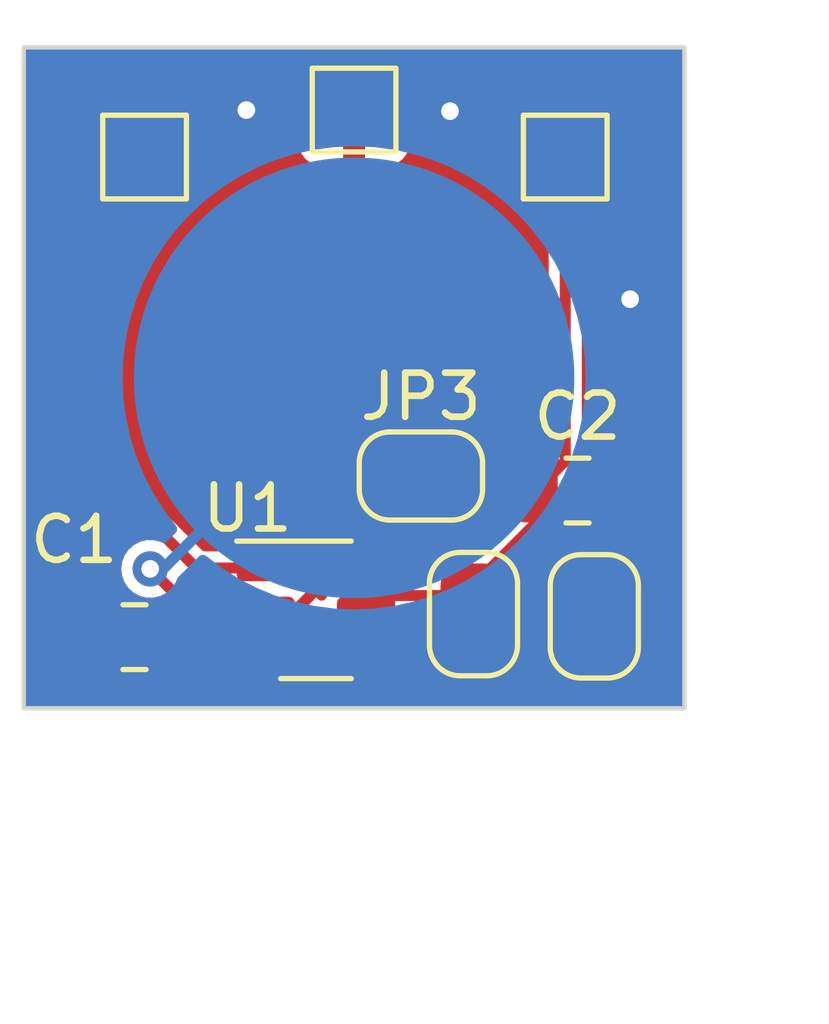
<source format=kicad_pcb>
(kicad_pcb (version 20221018) (generator pcbnew)
  (layers (0 "F.Cu" signal) (31 "B.Cu" signal) (34 "B.Paste" user) (35 "F.Paste" user) (36 "B.SilkS" user "B.Silkscreen") (37 "F.SilkS" user "F.Silkscreen") (38 "B.Mask" user) (39 "F.Mask" user) (44 "Edge.Cuts" user))
  (net 0 "")
  (net 1 "GND")
  (net 2 "VBAT")
  (net 3 "Net-(JP1-A)")
  (net 4 "Net-(JP3-A)")
  (net 5 "TOGGLE")
  (net 6 "Net-(U1-I)")
  (footprint "Capacitor_SMD:C_0805_2012Metric" (layer "F.Cu") (at 2.5146 13.3858 180)
    (fp_text reference "C1" (at 1.3716 2.2098 180) (layer "F.SilkS"))
    (fp_text value "5-10pF")
    (fp_line (start -0.261252 -0.735) (end 0.261252 -0.735) (stroke (width 0.12)) (layer "F.SilkS"))
    (fp_line (start -0.261252 0.735) (end 0.261252 0.735) (stroke (width 0.12)) (layer "F.SilkS"))
    (pad "1" smd roundrect (at -0.95 0 180) (size 1 1.45) (layers "F.Cu" "F.Paste" "F.Mask") (net 6 "Net-(U1-I)"))
    (pad "2" smd roundrect (at 0.95 0 180) (size 1 1.45) (layers "F.Cu" "F.Paste" "F.Mask") (net 1 "GND"))
  )
  (footprint "Jumper:SolderJumper-2_P1.3mm_Bridged_RoundedPad1.0x1.5mm" (layer "F.Cu") (at 12.954 12.9136 -90)
    (fp_text reference "JP2" hide)
    (fp_text value "SolderJumper_2_Bridged")
    (fp_poly (pts (xy 0.25 -0.3) (xy -0.25 -0.3) (xy -0.25 0.3) (xy 0.25 0.3)) (fill solid) (layer "F.Cu"))
    (fp_line (start -1.4 0.3) (end -1.4 -0.3) (stroke (width 0.12)) (layer "F.SilkS"))
    (fp_line (start -0.7 -1) (end 0.7 -1) (stroke (width 0.12)) (layer "F.SilkS"))
    (fp_line (start 0.7 1) (end -0.7 1) (stroke (width 0.12)) (layer "F.SilkS"))
    (fp_line (start 1.4 -0.3) (end 1.4 0.3) (stroke (width 0.12)) (layer "F.SilkS"))
    (fp_arc (start -1.4 -0.3) (mid -1.194975 -0.794975) (end -0.7 -1) (stroke (width 0.12)) (layer "F.SilkS"))
    (fp_arc (start -0.7 1) (mid -1.194975 0.794975) (end -1.4 0.3) (stroke (width 0.12)) (layer "F.SilkS"))
    (fp_arc (start 0.7 -1) (mid 1.194975 -0.794975) (end 1.4 -0.3) (stroke (width 0.12)) (layer "F.SilkS"))
    (fp_arc (start 1.4 0.3) (mid 1.194975 0.794975) (end 0.7 1) (stroke (width 0.12)) (layer "F.SilkS"))
    (pad "1" smd custom (at -0.65 0 270) (size 1 0.5) (layers "F.Cu" "F.Mask") (net 1 "GND") (options (clearance outline) (anchor rect)) (primitives (gr_circle (center 0 0.25) (end 0.5 0.25) (width 0) (fill yes)) (gr_circle (center 0 -0.25) (end 0.5 -0.25) (width 0) (fill yes)) (gr_poly (pts (xy 0.5 0.75) (xy 0 0.75) (xy 0 -0.75) (xy 0.5 -0.75)) (width 0) (fill yes))))
    (pad "2" smd custom (at 0.65 0 270) (size 1 0.5) (layers "F.Cu" "F.Mask") (net 3 "Net-(JP1-A)") (options (clearance outline) (anchor rect)) (primitives (gr_circle (center 0 0.25) (end 0.5 0.25) (width 0) (fill yes)) (gr_circle (center 0 -0.25) (end 0.5 -0.25) (width 0) (fill yes)) (gr_poly (pts (xy 0 0.75) (xy -0.5 0.75) (xy -0.5 -0.75) (xy 0 -0.75)) (width 0) (fill yes))))
  )
  (footprint "Jumper:SolderJumper-2_P1.3mm_Open_RoundedPad1.0x1.5mm" (layer "F.Cu") (at 10.2108 12.8628 90)
    (fp_text reference "JP1" hide)
    (fp_text value "SolderJumper_2_Open")
    (fp_line (start -1.4 0.3) (end -1.4 -0.3) (stroke (width 0.12)) (layer "F.SilkS"))
    (fp_line (start -0.7 -1) (end 0.7 -1) (stroke (width 0.12)) (layer "F.SilkS"))
    (fp_line (start 0.7 1) (end -0.7 1) (stroke (width 0.12)) (layer "F.SilkS"))
    (fp_line (start 1.4 -0.3) (end 1.4 0.3) (stroke (width 0.12)) (layer "F.SilkS"))
    (fp_arc (start -1.4 -0.3) (mid -1.194975 -0.794975) (end -0.7 -1) (stroke (width 0.12)) (layer "F.SilkS"))
    (fp_arc (start -0.7 1) (mid -1.194975 0.794975) (end -1.4 0.3) (stroke (width 0.12)) (layer "F.SilkS"))
    (fp_arc (start 0.7 -1) (mid 1.194975 -0.794975) (end 1.4 -0.3) (stroke (width 0.12)) (layer "F.SilkS"))
    (fp_arc (start 1.4 0.3) (mid 1.194975 0.794975) (end 0.7 1) (stroke (width 0.12)) (layer "F.SilkS"))
    (pad "1" smd custom (at -0.65 0 90) (size 1 0.5) (layers "F.Cu" "F.Mask") (net 3 "Net-(JP1-A)") (options (clearance outline) (anchor rect)) (primitives (gr_circle (center 0 0.25) (end 0.5 0.25) (width 0) (fill yes)) (gr_circle (center 0 -0.25) (end 0.5 -0.25) (width 0) (fill yes)) (gr_poly (pts (xy 0.5 0.75) (xy 0 0.75) (xy 0 -0.75) (xy 0.5 -0.75)) (width 0) (fill yes))))
    (pad "2" smd custom (at 0.65 0 90) (size 1 0.5) (layers "F.Cu" "F.Mask") (net 2 "VBAT") (options (clearance outline) (anchor rect)) (primitives (gr_circle (center 0 0.25) (end 0.5 0.25) (width 0) (fill yes)) (gr_circle (center 0 -0.25) (end 0.5 -0.25) (width 0) (fill yes)) (gr_poly (pts (xy 0 0.75) (xy -0.5 0.75) (xy -0.5 -0.75) (xy 0 -0.75)) (width 0) (fill yes))))
  )
  (footprint "Jumper:SolderJumper-2_P1.3mm_Bridged_RoundedPad1.0x1.5mm" (layer "F.Cu") (at 9.017 9.7282)
    (fp_text reference "JP3" (at 0 -1.8) (layer "F.SilkS"))
    (fp_text value "SolderJumper_2_Bridged")
    (fp_poly (pts (xy 0.25 -0.3) (xy -0.25 -0.3) (xy -0.25 0.3) (xy 0.25 0.3)) (fill solid) (layer "F.Cu"))
    (fp_line (start -1.4 0.3) (end -1.4 -0.3) (stroke (width 0.12)) (layer "F.SilkS"))
    (fp_line (start -0.7 -1) (end 0.7 -1) (stroke (width 0.12)) (layer "F.SilkS"))
    (fp_line (start 0.7 1) (end -0.7 1) (stroke (width 0.12)) (layer "F.SilkS"))
    (fp_line (start 1.4 -0.3) (end 1.4 0.3) (stroke (width 0.12)) (layer "F.SilkS"))
    (fp_arc (start -1.4 -0.3) (mid -1.194975 -0.794975) (end -0.7 -1) (stroke (width 0.12)) (layer "F.SilkS"))
    (fp_arc (start -0.7 1) (mid -1.194975 0.794975) (end -1.4 0.3) (stroke (width 0.12)) (layer "F.SilkS"))
    (fp_arc (start 0.7 -1) (mid 1.194975 -0.794975) (end 1.4 -0.3) (stroke (width 0.12)) (layer "F.SilkS"))
    (fp_arc (start 1.4 0.3) (mid 1.194975 0.794975) (end 0.7 1) (stroke (width 0.12)) (layer "F.SilkS"))
    (pad "1" smd custom (at -0.65 0) (size 1 0.5) (layers "F.Cu" "F.Mask") (net 4 "Net-(JP3-A)") (options (clearance outline) (anchor rect)) (primitives (gr_circle (center 0 0.25) (end 0.5 0.25) (width 0) (fill yes)) (gr_circle (center 0 -0.25) (end 0.5 -0.25) (width 0) (fill yes)) (gr_poly (pts (xy 0.5 0.75) (xy 0 0.75) (xy 0 -0.75) (xy 0.5 -0.75)) (width 0) (fill yes))))
    (pad "2" smd custom (at 0.65 0) (size 1 0.5) (layers "F.Cu" "F.Mask") (net 2 "VBAT") (options (clearance outline) (anchor rect)) (primitives (gr_circle (center 0 0.25) (end 0.5 0.25) (width 0) (fill yes)) (gr_circle (center 0 -0.25) (end 0.5 -0.25) (width 0) (fill yes)) (gr_poly (pts (xy 0 0.75) (xy -0.5 0.75) (xy -0.5 -0.75) (xy 0 -0.75)) (width 0) (fill yes))))
  )
  (footprint "Package_TO_SOT_SMD:SOT-23-6" (layer "F.Cu") (at 6.6349 12.766)
    (fp_text reference "U1" (at -1.5549 -2.3012) (layer "F.SilkS"))
    (fp_text value "TTP223-BA6")
    (fp_line (start 0 -1.56) (end -1.8 -1.56) (stroke (width 0.12)) (layer "F.SilkS"))
    (fp_line (start 0 -1.56) (end 0.8 -1.56) (stroke (width 0.12)) (layer "F.SilkS"))
    (fp_line (start 0 1.56) (end -0.8 1.56) (stroke (width 0.12)) (layer "F.SilkS"))
    (fp_line (start 0 1.56) (end 0.8 1.56) (stroke (width 0.12)) (layer "F.SilkS"))
    (pad "1" smd roundrect (at -1.1375 -0.95) (size 1.325 0.6) (layers "F.Cu" "F.Paste" "F.Mask") (net 5 "TOGGLE"))
    (pad "2" smd roundrect (at -1.1375 0) (size 1.325 0.6) (layers "F.Cu" "F.Paste" "F.Mask") (net 1 "GND"))
    (pad "3" smd roundrect (at -1.1375 0.95) (size 1.325 0.6) (layers "F.Cu" "F.Paste" "F.Mask") (net 6 "Net-(U1-I)"))
    (pad "4" smd roundrect (at 1.1375 0.95) (size 1.325 0.6) (layers "F.Cu" "F.Paste" "F.Mask") (net 3 "Net-(JP1-A)"))
    (pad "5" smd roundrect (at 1.1375 0) (size 1.325 0.6) (layers "F.Cu" "F.Paste" "F.Mask") (net 2 "VBAT"))
    (pad "6" smd roundrect (at 1.1375 -0.95) (size 1.325 0.6) (layers "F.Cu" "F.Paste" "F.Mask") (net 4 "Net-(JP3-A)"))
  )
  (footprint "TestPoint:TestPoint_Pad_1.5x1.5mm" (layer "F.Cu") (at 12.2936 2.4892)
    (fp_text reference "TP1" hide)
    (fp_text value "Vcc")
    (fp_line (start -0.95 -0.95) (end 0.95 -0.95) (stroke (width 0.12)) (layer "F.SilkS"))
    (fp_line (start -0.95 0.95) (end -0.95 -0.95) (stroke (width 0.12)) (layer "F.SilkS"))
    (fp_line (start 0.95 -0.95) (end 0.95 0.95) (stroke (width 0.12)) (layer "F.SilkS"))
    (fp_line (start 0.95 0.95) (end -0.95 0.95) (stroke (width 0.12)) (layer "F.SilkS"))
    (pad "1" smd rect (at 0 0) (size 1.5 1.5) (layers "F.Cu" "F.Mask") (net 2 "VBAT"))
  )
  (footprint "TestPoint:TestPoint_Pad_1.5x1.5mm" (layer "F.Cu") (at 2.7432 2.4892)
    (fp_text reference "TP2" hide)
    (fp_text value "TOGGLE")
    (fp_line (start -0.95 -0.95) (end 0.95 -0.95) (stroke (width 0.12)) (layer "F.SilkS"))
    (fp_line (start -0.95 0.95) (end -0.95 -0.95) (stroke (width 0.12)) (layer "F.SilkS"))
    (fp_line (start 0.95 -0.95) (end 0.95 0.95) (stroke (width 0.12)) (layer "F.SilkS"))
    (fp_line (start 0.95 0.95) (end -0.95 0.95) (stroke (width 0.12)) (layer "F.SilkS"))
    (pad "1" smd rect (at 0 0) (size 1.5 1.5) (layers "F.Cu" "F.Mask") (net 5 "TOGGLE"))
  )
  (footprint "TestPoint:TestPoint_Pad_1.5x1.5mm" (layer "F.Cu") (at 7.5 1.4224)
    (fp_text reference "TP3" hide)
    (fp_text value "GND")
    (fp_line (start -0.95 -0.95) (end 0.95 -0.95) (stroke (width 0.12)) (layer "F.SilkS"))
    (fp_line (start -0.95 0.95) (end -0.95 -0.95) (stroke (width 0.12)) (layer "F.SilkS"))
    (fp_line (start 0.95 -0.95) (end 0.95 0.95) (stroke (width 0.12)) (layer "F.SilkS"))
    (fp_line (start 0.95 0.95) (end -0.95 0.95) (stroke (width 0.12)) (layer "F.SilkS"))
    (pad "1" smd rect (at 0 0) (size 1.5 1.5) (layers "F.Cu" "F.Mask") (net 1 "GND"))
  )
  (footprint "Capacitor_SMD:C_0805_2012Metric" (layer "F.Cu") (at 12.573 10.0584)
    (fp_text reference "C2" (at 0 -1.68) (layer "F.SilkS"))
    (fp_text value "0.1u")
    (fp_line (start -0.261252 -0.735) (end 0.261252 -0.735) (stroke (width 0.12)) (layer "F.SilkS"))
    (fp_line (start -0.261252 0.735) (end 0.261252 0.735) (stroke (width 0.12)) (layer "F.SilkS"))
    (pad "1" smd roundrect (at -0.95 0) (size 1 1.45) (layers "F.Cu" "F.Paste" "F.Mask") (net 2 "VBAT"))
    (pad "2" smd roundrect (at 0.95 0) (size 1 1.45) (layers "F.Cu" "F.Paste" "F.Mask") (net 1 "GND"))
  )
  (footprint "TestPoint:TestPoint_Pad_D4.0mm" (layer "B.Cu") (at 7.5 7.5 180)
    (fp_text reference "TP4" hide)
    (fp_text value "SENSE")
    (pad "1" smd circle (at 0 0 180) (size 10 10) (layers "B.Cu" "B.Mask") (net 6 "Net-(U1-I)"))
  )
  (gr_rect (start 0 0) (end 15 15) (stroke (width 0.1)) (fill none) (layer "Edge.Cuts"))
  (segment (start 6.0858 12.766) (end 6.6548 13.335) (width 0.25) (layer "F.Cu") (net 1))
  (segment (start 6.6548 12.2936) (end 6.6548 11.0744) (width 0.25) (layer "F.Cu") (net 1))
  (segment (start 6.6548 13.335) (end 6.6548 14.2748) (width 0.25) (layer "F.Cu") (net 1))
  (segment (start 5.4974 12.766) (end 6.1824 12.766) (width 0.25) (layer "F.Cu") (net 1))
  (segment (start 6.1824 12.766) (end 6.6548 12.2936) (width 0.25) (layer "F.Cu") (net 1))
  (segment (start 5.4974 12.766) (end 6.0858 12.766) (width 0.25) (layer "F.Cu") (net 1))
  (via (at 5.0546 1.4224) (size 0.8) (drill 0.4) (layers "F.Cu" "B.Cu") (net 1))
  (via (at 13.7668 5.715) (size 0.8) (drill 0.4) (layers "F.Cu" "B.Cu") (net 1))
  (via (at 9.6774 1.4478) (size 0.8) (drill 0.4) (layers "F.Cu" "B.Cu") (net 1))
  (segment (start 11.623 10.0584) (end 9.9972 10.0584) (width 0.25) (layer "F.Cu") (net 2))
  (segment (start 10.2108 12.2128) (end 9.9826 12.441) (width 0.25) (layer "F.Cu") (net 2))
  (segment (start 11.623 10.8006) (end 10.2108 12.2128) (width 0.25) (layer "F.Cu") (net 2))
  (segment (start 10.0736 12.0756) (end 10.2108 12.2128) (width 0.25) (layer "F.Cu") (net 2))
  (segment (start 12.2936 9.3878) (end 11.623 10.0584) (width 0.25) (layer "F.Cu") (net 2))
  (segment (start 11.623 10.0584) (end 11.623 10.8006) (width 0.25) (layer "F.Cu") (net 2))
  (segment (start 9.9826 12.441) (end 8.0974 12.441) (width 0.25) (layer "F.Cu") (net 2))
  (segment (start 12.2936 2.4892) (end 12.2936 9.3878) (width 0.25) (layer "F.Cu") (net 2))
  (segment (start 8.0974 12.441) (end 7.7724 12.766) (width 0.25) (layer "F.Cu") (net 2))
  (segment (start 9.9972 10.0584) (end 9.667 9.7282) (width 0.25) (layer "F.Cu") (net 2))
  (segment (start 10.2108 13.5128) (end 7.9756 13.5128) (width 0.25) (layer "F.Cu") (net 3))
  (segment (start 7.9756 13.5128) (end 7.7724 13.716) (width 0.25) (layer "F.Cu") (net 3))
  (segment (start 12.954 13.5636) (end 10.2616 13.5636) (width 0.25) (layer "F.Cu") (net 3))
  (segment (start 10.2616 13.5636) (end 10.2108 13.5128) (width 0.25) (layer "F.Cu") (net 3))
  (segment (start 8.367 9.7282) (end 8.367 11.2214) (width 0.25) (layer "F.Cu") (net 4))
  (segment (start 8.367 11.2214) (end 7.7724 11.816) (width 0.25) (layer "F.Cu") (net 4))
  (segment (start 1.4478 5.3086) (end 2.7432 4.0132) (width 0.25) (layer "F.Cu") (net 5))
  (segment (start 3.9166 11.816) (end 1.4478 9.3472) (width 0.25) (layer "F.Cu") (net 5))
  (segment (start 5.4974 11.816) (end 3.9166 11.816) (width 0.25) (layer "F.Cu") (net 5))
  (segment (start 1.4478 9.3472) (end 1.4478 5.3086) (width 0.25) (layer "F.Cu") (net 5))
  (segment (start 2.7432 4.0132) (end 2.7432 2.4892) (width 0.25) (layer "F.Cu") (net 5))
  (segment (start 3.4646 12.4308) (end 2.8702 11.8364) (width 0.25) (layer "F.Cu") (net 6))
  (segment (start 2.8702 11.8364) (end 2.8448 11.811) (width 0.25) (layer "F.Cu") (net 6))
  (segment (start 3.4646 13.3858) (end 3.4646 12.4308) (width 0.25) (layer "F.Cu") (net 6))
  (segment (start 2.8702 11.8364) (end 2.8702 11.8364) (width 0.25) (layer "F.Cu") (net 6))
  (segment (start 5.4974 13.716) (end 3.7948 13.716) (width 0.25) (layer "F.Cu") (net 6))
  (segment (start 3.7948 13.716) (end 3.4646 13.3858) (width 0.25) (layer "F.Cu") (net 6))
  (segment (start 2.8702 11.8364) (end 2.8702 11.8364) (width 0.25) (layer "F.Cu") (net 6))
  (via (at 2.8702 11.8364) (size 0.8) (drill 0.4) (layers "F.Cu" "B.Cu") (net 6))
  (segment (start 2.8702 11.8364) (end 3.1636 11.8364) (width 0.25) (layer "B.Cu") (net 6))
  (segment (start 3.1636 11.8364) (end 7.5 7.5) (width 0.25) (layer "B.Cu") (net 6))
  (zone (net 1) (net_name "GND") (layers "F&B.Cu") (connect_pads (clearance 0.25)) (min_thickness 0.25) (fill yes (thermal_gap 0.5) (thermal_bridge_width 0.5))
    (polygon (pts (xy 0 0) (xy 15 0) (xy 15 15) (xy 0 15)))
  )
)
</source>
